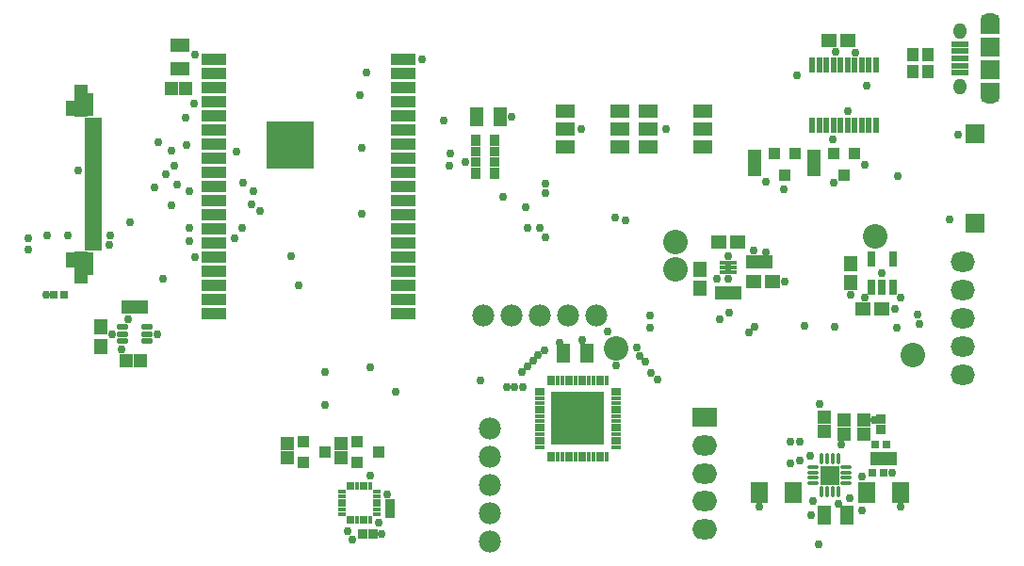
<source format=gts>
G04 Layer_Color=20142*
%FSLAX25Y25*%
%MOIN*%
G70*
G01*
G75*
%ADD77R,0.06706X0.04737*%
%ADD78R,0.06850X0.06850*%
G04:AMPARAMS|DCode=79|XSize=16.54mil|YSize=38.98mil|CornerRadius=5.51mil|HoleSize=0mil|Usage=FLASHONLY|Rotation=0.000|XOffset=0mil|YOffset=0mil|HoleType=Round|Shape=RoundedRectangle|*
%AMROUNDEDRECTD79*
21,1,0.01654,0.02795,0,0,0.0*
21,1,0.00551,0.03898,0,0,0.0*
1,1,0.01102,0.00276,-0.01398*
1,1,0.01102,-0.00276,-0.01398*
1,1,0.01102,-0.00276,0.01398*
1,1,0.01102,0.00276,0.01398*
%
%ADD79ROUNDEDRECTD79*%
G04:AMPARAMS|DCode=80|XSize=16.54mil|YSize=38.98mil|CornerRadius=5.51mil|HoleSize=0mil|Usage=FLASHONLY|Rotation=90.000|XOffset=0mil|YOffset=0mil|HoleType=Round|Shape=RoundedRectangle|*
%AMROUNDEDRECTD80*
21,1,0.01654,0.02795,0,0,90.0*
21,1,0.00551,0.03898,0,0,90.0*
1,1,0.01102,0.01398,0.00276*
1,1,0.01102,0.01398,-0.00276*
1,1,0.01102,-0.01398,-0.00276*
1,1,0.01102,-0.01398,0.00276*
%
%ADD80ROUNDEDRECTD80*%
%ADD81R,0.06902X0.05524*%
%ADD82R,0.06902X0.06706*%
%ADD83R,0.06115X0.02375*%
%ADD84R,0.02300X0.05300*%
%ADD85R,0.02965X0.05524*%
%ADD86R,0.03556X0.05721*%
%ADD87R,0.05131X0.11233*%
%ADD88R,0.02769X0.08477*%
%ADD89R,0.06312X0.01981*%
%ADD90R,0.05918X0.07690*%
%ADD91R,0.03950X0.04540*%
%ADD92R,0.18910X0.18910*%
%ADD93R,0.03556X0.01587*%
%ADD94R,0.01587X0.03556*%
G04:AMPARAMS|DCode=95|XSize=19.29mil|YSize=38.98mil|CornerRadius=3.1mil|HoleSize=0mil|Usage=FLASHONLY|Rotation=90.000|XOffset=0mil|YOffset=0mil|HoleType=Round|Shape=RoundedRectangle|*
%AMROUNDEDRECTD95*
21,1,0.01929,0.03278,0,0,90.0*
21,1,0.01309,0.03898,0,0,90.0*
1,1,0.00620,0.01639,0.00655*
1,1,0.00620,0.01639,-0.00655*
1,1,0.00620,-0.01639,-0.00655*
1,1,0.00620,-0.01639,0.00655*
%
%ADD95ROUNDEDRECTD95*%
%ADD96R,0.06800X0.06800*%
%ADD97R,0.02965X0.03162*%
%ADD98R,0.04343X0.03950*%
%ADD99R,0.04737X0.04737*%
%ADD100R,0.03950X0.04343*%
%ADD101R,0.02178X0.01509*%
%ADD102R,0.01981X0.04501*%
%ADD103R,0.01587X0.03162*%
%ADD104R,0.03162X0.01587*%
%ADD105R,0.08674X0.04343*%
%ADD106R,0.16548X0.16548*%
%ADD107R,0.03753X0.03635*%
%ADD108R,0.03753X0.04028*%
%ADD109R,0.04737X0.06902*%
%ADD110R,0.05721X0.05131*%
%ADD111R,0.03320X0.03477*%
%ADD112R,0.03241X0.03398*%
%ADD113R,0.06902X0.04737*%
%ADD114R,0.04737X0.04737*%
%ADD115R,0.03477X0.03320*%
%ADD116R,0.05131X0.05721*%
%ADD117C,0.08674*%
%ADD118O,0.04540X0.05721*%
%ADD119O,0.06902X0.04343*%
%ADD120C,0.07800*%
%ADD121O,0.08800X0.07099*%
%ADD122R,0.08800X0.07099*%
%ADD123C,0.02800*%
%ADD124O,0.08674X0.07099*%
%ADD125C,0.03000*%
D77*
X337759Y294095D02*
D03*
Y300394D02*
D03*
Y287796D02*
D03*
X357051Y300394D02*
D03*
Y287796D02*
D03*
Y294095D02*
D03*
X367259D02*
D03*
Y300394D02*
D03*
Y287796D02*
D03*
X386551Y300394D02*
D03*
Y287796D02*
D03*
Y294095D02*
D03*
D78*
X431500Y171500D02*
D03*
D79*
X428547Y177307D02*
D03*
X430516D02*
D03*
X432484D02*
D03*
X434453D02*
D03*
Y165693D02*
D03*
X432484D02*
D03*
X430516D02*
D03*
X428547D02*
D03*
D80*
X437307Y174453D02*
D03*
Y172484D02*
D03*
Y170516D02*
D03*
Y168547D02*
D03*
X425693D02*
D03*
Y170516D02*
D03*
Y172484D02*
D03*
Y174453D02*
D03*
D81*
X488130Y330417D02*
D03*
Y307583D02*
D03*
D82*
Y322937D02*
D03*
Y315063D02*
D03*
D83*
X477500Y324118D02*
D03*
Y321559D02*
D03*
Y319000D02*
D03*
Y316441D02*
D03*
Y313882D02*
D03*
D84*
X435250Y316550D02*
D03*
X437750D02*
D03*
X440250D02*
D03*
X442750D02*
D03*
X445250D02*
D03*
X447750D02*
D03*
X432750D02*
D03*
X430250D02*
D03*
X427750D02*
D03*
X425250D02*
D03*
X437750Y295450D02*
D03*
X435250D02*
D03*
X432750D02*
D03*
X430250D02*
D03*
X427750D02*
D03*
X425250D02*
D03*
X440250D02*
D03*
X442750D02*
D03*
X445250D02*
D03*
X447750D02*
D03*
D85*
X446260Y248119D02*
D03*
X453740D02*
D03*
Y237881D02*
D03*
X450000D02*
D03*
X446260D02*
D03*
D86*
X162908Y301369D02*
D03*
Y247629D02*
D03*
D87*
X166451Y304125D02*
D03*
Y244873D02*
D03*
D88*
X169601Y302747D02*
D03*
Y246251D02*
D03*
D89*
X170979Y267610D02*
D03*
Y265641D02*
D03*
Y263673D02*
D03*
Y261704D02*
D03*
Y259736D02*
D03*
Y257767D02*
D03*
Y255799D02*
D03*
Y253830D02*
D03*
Y251862D02*
D03*
Y297137D02*
D03*
Y269578D02*
D03*
Y271547D02*
D03*
Y273515D02*
D03*
Y275484D02*
D03*
Y277452D02*
D03*
Y279421D02*
D03*
Y281389D02*
D03*
Y285326D02*
D03*
Y283358D02*
D03*
Y287295D02*
D03*
Y289263D02*
D03*
Y291232D02*
D03*
Y293200D02*
D03*
Y295169D02*
D03*
D90*
X456504Y165500D02*
D03*
X444496D02*
D03*
X406496D02*
D03*
X418504D02*
D03*
D91*
X460843Y314500D02*
D03*
X466157D02*
D03*
X460843Y320500D02*
D03*
X466157D02*
D03*
D92*
X342339Y191519D02*
D03*
D93*
X328835Y201755D02*
D03*
Y200180D02*
D03*
Y198606D02*
D03*
Y197031D02*
D03*
Y195456D02*
D03*
Y193881D02*
D03*
Y192306D02*
D03*
Y190732D02*
D03*
Y189157D02*
D03*
Y187582D02*
D03*
Y186007D02*
D03*
Y184432D02*
D03*
Y182857D02*
D03*
Y181283D02*
D03*
X355843Y201755D02*
D03*
Y200180D02*
D03*
Y198606D02*
D03*
Y197031D02*
D03*
Y195456D02*
D03*
Y193881D02*
D03*
Y192306D02*
D03*
Y190732D02*
D03*
Y189157D02*
D03*
Y187582D02*
D03*
Y186007D02*
D03*
Y184432D02*
D03*
Y182857D02*
D03*
Y181283D02*
D03*
D94*
X352575Y178015D02*
D03*
X351001D02*
D03*
X349426D02*
D03*
X347851D02*
D03*
X346276D02*
D03*
X344701D02*
D03*
X343127D02*
D03*
X341552D02*
D03*
X339977D02*
D03*
X338402D02*
D03*
X336827D02*
D03*
X335253D02*
D03*
X333678D02*
D03*
X332103D02*
D03*
Y205023D02*
D03*
X333678D02*
D03*
X335253D02*
D03*
X336827D02*
D03*
X338402D02*
D03*
X339977D02*
D03*
X341552D02*
D03*
X343127D02*
D03*
X344701D02*
D03*
X346276D02*
D03*
X347851D02*
D03*
X349426D02*
D03*
X351001D02*
D03*
X352575D02*
D03*
D95*
X189831Y224059D02*
D03*
Y221500D02*
D03*
Y218941D02*
D03*
X181169D02*
D03*
Y221500D02*
D03*
Y224059D02*
D03*
D96*
X483000Y292248D02*
D03*
Y260752D02*
D03*
D97*
X446531Y172500D02*
D03*
X450468D02*
D03*
X156751Y235425D02*
D03*
X160688D02*
D03*
X447532Y182500D02*
D03*
X451469D02*
D03*
D98*
X264063Y183398D02*
D03*
Y175917D02*
D03*
X271937Y179657D02*
D03*
X245063Y183398D02*
D03*
Y175917D02*
D03*
X252937Y179657D02*
D03*
D99*
X426000Y284461D02*
D03*
Y279539D02*
D03*
X239500Y182618D02*
D03*
Y177697D02*
D03*
X258500Y182618D02*
D03*
Y177697D02*
D03*
X443500Y190961D02*
D03*
Y186039D02*
D03*
X429500Y187039D02*
D03*
Y191961D02*
D03*
X436500Y186039D02*
D03*
Y190961D02*
D03*
X405000Y279539D02*
D03*
Y284461D02*
D03*
D100*
X415500Y277563D02*
D03*
X411760Y285437D02*
D03*
X419240D02*
D03*
X436500Y277563D02*
D03*
X432760Y285437D02*
D03*
X440240D02*
D03*
D101*
X397567Y243425D02*
D03*
Y245000D02*
D03*
Y246575D02*
D03*
X393433Y243425D02*
D03*
Y245000D02*
D03*
Y246575D02*
D03*
D102*
X395500Y245000D02*
D03*
D103*
X261063Y167760D02*
D03*
X262638D02*
D03*
X264213D02*
D03*
X265787D02*
D03*
X267362D02*
D03*
X268937D02*
D03*
Y155555D02*
D03*
X267362D02*
D03*
X265787D02*
D03*
X264213D02*
D03*
X262638D02*
D03*
X261063D02*
D03*
D104*
X271102Y165594D02*
D03*
Y164020D02*
D03*
Y162445D02*
D03*
Y160870D02*
D03*
Y159295D02*
D03*
Y157720D02*
D03*
X258898D02*
D03*
Y159295D02*
D03*
Y160870D02*
D03*
Y162445D02*
D03*
Y164020D02*
D03*
Y165594D02*
D03*
D105*
X213535Y228800D02*
D03*
Y233800D02*
D03*
Y238800D02*
D03*
Y243800D02*
D03*
Y248800D02*
D03*
Y253800D02*
D03*
Y258800D02*
D03*
Y263800D02*
D03*
Y268800D02*
D03*
Y273800D02*
D03*
Y278800D02*
D03*
Y283800D02*
D03*
Y288800D02*
D03*
Y293800D02*
D03*
Y298800D02*
D03*
Y303800D02*
D03*
Y308800D02*
D03*
Y313800D02*
D03*
Y318800D02*
D03*
X280465Y228800D02*
D03*
Y233800D02*
D03*
Y238800D02*
D03*
Y243800D02*
D03*
Y248800D02*
D03*
Y253800D02*
D03*
Y258800D02*
D03*
Y263800D02*
D03*
Y268800D02*
D03*
Y273800D02*
D03*
Y288800D02*
D03*
Y298800D02*
D03*
Y303800D02*
D03*
Y313800D02*
D03*
Y318800D02*
D03*
Y308800D02*
D03*
Y283800D02*
D03*
Y278800D02*
D03*
Y293800D02*
D03*
D106*
X240595Y288500D02*
D03*
D107*
X306326Y285984D02*
D03*
Y282205D02*
D03*
X312822D02*
D03*
Y285984D02*
D03*
D108*
X306326Y290000D02*
D03*
Y278189D02*
D03*
X312822D02*
D03*
Y290000D02*
D03*
D109*
X437543Y157500D02*
D03*
X429457D02*
D03*
X337296Y214519D02*
D03*
X345382D02*
D03*
X314732Y298189D02*
D03*
X306645D02*
D03*
D110*
X449847Y230500D02*
D03*
X443153D02*
D03*
X398847Y254000D02*
D03*
X392154D02*
D03*
X431153Y325500D02*
D03*
X437847D02*
D03*
X411346Y240000D02*
D03*
X404654D02*
D03*
D111*
X276000Y161390D02*
D03*
Y157925D02*
D03*
D112*
X449500Y191193D02*
D03*
Y187807D02*
D03*
D113*
X201500Y323543D02*
D03*
Y315457D02*
D03*
D114*
X408961Y247000D02*
D03*
X404039D02*
D03*
X187461Y212000D02*
D03*
X182539D02*
D03*
X187961Y231000D02*
D03*
X183039D02*
D03*
X203461Y308500D02*
D03*
X198539D02*
D03*
X448039Y177500D02*
D03*
X452961D02*
D03*
X393039Y236000D02*
D03*
X397961D02*
D03*
D115*
X269732Y150657D02*
D03*
X266268D02*
D03*
D116*
X173500Y223847D02*
D03*
Y217154D02*
D03*
X385500Y237653D02*
D03*
Y244346D02*
D03*
X439000Y239653D02*
D03*
Y246346D02*
D03*
D117*
X355839Y216319D02*
D03*
X447500Y256000D02*
D03*
X377000Y244500D02*
D03*
Y254000D02*
D03*
X461000Y214100D02*
D03*
D118*
X477500Y328842D02*
D03*
Y309157D02*
D03*
D119*
X488130Y305221D02*
D03*
Y332780D02*
D03*
D120*
X308839Y228019D02*
D03*
X318839D02*
D03*
X328839D02*
D03*
X338839D02*
D03*
X348839D02*
D03*
X311339Y148019D02*
D03*
Y158019D02*
D03*
Y168019D02*
D03*
Y178019D02*
D03*
Y188019D02*
D03*
D121*
X387200Y152430D02*
D03*
Y162272D02*
D03*
Y172115D02*
D03*
Y181957D02*
D03*
D122*
Y192000D02*
D03*
D123*
X247000Y282000D02*
D03*
Y287000D02*
D03*
Y292000D02*
D03*
X242000D02*
D03*
Y287000D02*
D03*
Y282000D02*
D03*
X237000Y292000D02*
D03*
Y287000D02*
D03*
Y282000D02*
D03*
D124*
X478500Y247000D02*
D03*
Y237000D02*
D03*
Y227000D02*
D03*
Y217000D02*
D03*
Y207000D02*
D03*
D125*
X433500Y321500D02*
D03*
X409000Y275500D02*
D03*
X444000Y281500D02*
D03*
X437750Y300250D02*
D03*
X275000Y164657D02*
D03*
X273000Y150657D02*
D03*
X261000Y151657D02*
D03*
X272000Y154657D02*
D03*
X262500Y148658D02*
D03*
X450000Y243000D02*
D03*
X454500Y230500D02*
D03*
X439000Y235500D02*
D03*
X443793Y234207D02*
D03*
X456500Y234500D02*
D03*
X433500Y169500D02*
D03*
X434500Y161500D02*
D03*
X438500Y163500D02*
D03*
X406496Y160504D02*
D03*
X456504D02*
D03*
X425500Y162500D02*
D03*
X447039Y190961D02*
D03*
X443000Y171000D02*
D03*
X453500Y172500D02*
D03*
X424500Y178500D02*
D03*
X443000Y159000D02*
D03*
X429500Y169500D02*
D03*
X334339Y199519D02*
D03*
Y183519D02*
D03*
X350339D02*
D03*
Y199519D02*
D03*
X342339Y191519D02*
D03*
X177500Y221500D02*
D03*
X183039Y226539D02*
D03*
X181000Y216000D02*
D03*
X193500Y221500D02*
D03*
X268900Y171358D02*
D03*
X319000Y298500D02*
D03*
X176500Y253000D02*
D03*
X165500Y279500D02*
D03*
X154219Y235425D02*
D03*
X204000Y288500D02*
D03*
X194000Y289500D02*
D03*
X198500Y267000D02*
D03*
X203500Y298000D02*
D03*
X207000Y320500D02*
D03*
X206800Y248800D02*
D03*
X287200Y318800D02*
D03*
X206500Y303000D02*
D03*
X221500Y286000D02*
D03*
X192500Y273500D02*
D03*
X227000Y267500D02*
D03*
X230000Y265000D02*
D03*
X224000Y275000D02*
D03*
X227500Y272000D02*
D03*
X196500Y278000D02*
D03*
X200500Y274500D02*
D03*
X199500Y281000D02*
D03*
X205000Y272000D02*
D03*
X198500Y286500D02*
D03*
X409000Y250500D02*
D03*
X415500Y240000D02*
D03*
X373405Y294095D02*
D03*
X343405D02*
D03*
X391695Y241000D02*
D03*
X395500D02*
D03*
Y249000D02*
D03*
X425000Y157500D02*
D03*
X427500Y147000D02*
D03*
X177000Y256500D02*
D03*
X184000Y261000D02*
D03*
X205000Y259000D02*
D03*
X223500D02*
D03*
X205000Y254500D02*
D03*
X266000Y287500D02*
D03*
Y264000D02*
D03*
X241000Y249000D02*
D03*
X195500Y241000D02*
D03*
X444500Y309500D02*
D03*
X440500Y321000D02*
D03*
X432500Y290500D02*
D03*
X420000Y313000D02*
D03*
X477000Y292000D02*
D03*
X455500Y277500D02*
D03*
X474000Y262000D02*
D03*
X267500Y314000D02*
D03*
X295000Y297000D02*
D03*
X316000Y270000D02*
D03*
X324000Y266500D02*
D03*
X329000Y259000D02*
D03*
X324500D02*
D03*
X221000Y255500D02*
D03*
X331000Y274700D02*
D03*
Y271500D02*
D03*
X154500Y256500D02*
D03*
X148000Y255500D02*
D03*
X162000Y256500D02*
D03*
X148000Y251500D02*
D03*
X355839Y210319D02*
D03*
X344000Y219500D02*
D03*
X336000Y218500D02*
D03*
X330430Y215830D02*
D03*
X326470Y211870D02*
D03*
X324490Y209890D02*
D03*
X322510Y207910D02*
D03*
X328330Y213970D02*
D03*
X435600Y182300D02*
D03*
X364180Y213520D02*
D03*
X417400Y175800D02*
D03*
Y183400D02*
D03*
X421000Y176600D02*
D03*
Y183500D02*
D03*
X427800Y196800D02*
D03*
X363100Y216600D02*
D03*
X353000Y222500D02*
D03*
X370600Y205300D02*
D03*
X366160Y211540D02*
D03*
X368300Y207600D02*
D03*
X322800Y202600D02*
D03*
X320000D02*
D03*
X317200D02*
D03*
X404500Y251000D02*
D03*
X395900Y229000D02*
D03*
X422500Y224300D02*
D03*
X433100Y224100D02*
D03*
X455100Y223800D02*
D03*
X392600Y226800D02*
D03*
X404995Y223995D02*
D03*
X403015Y222015D02*
D03*
X463200Y225000D02*
D03*
X462400Y228500D02*
D03*
X367900Y223600D02*
D03*
X368000Y227900D02*
D03*
X265100Y306100D02*
D03*
X432800Y274900D02*
D03*
X359200Y261800D02*
D03*
X331000Y255800D02*
D03*
X355500Y262800D02*
D03*
X415300Y272700D02*
D03*
X302500Y282500D02*
D03*
X297300Y285400D02*
D03*
X296900Y281000D02*
D03*
X307900Y205100D02*
D03*
X252937Y196337D02*
D03*
X253000Y208100D02*
D03*
X243500Y238700D02*
D03*
X268900Y209800D02*
D03*
X278000Y200900D02*
D03*
X433500Y173500D02*
D03*
X429500D02*
D03*
M02*

</source>
